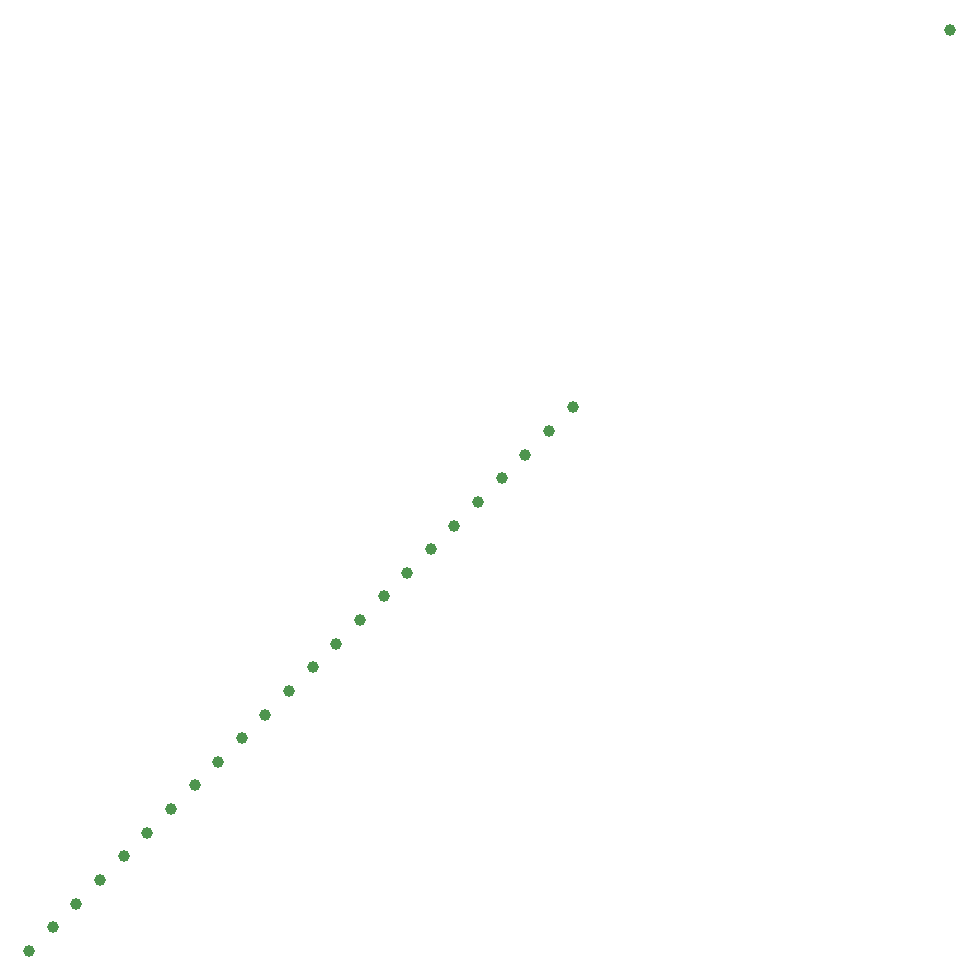
<source format=gbr>
G04 Examples for testing time performance of Gerber parsers*
%FSLAX26Y26*%
%MOMM*%
%ADD10C,1*%
%LPD*%
D10*
X0Y0D03*
X78000000Y78000000D03*
X2000000Y2000000D03*
X4000000Y4000000D03*
X6000000Y6000000D03*
X8000000Y8000000D03*
X10000000Y10000000D03*
X12000000Y12000000D03*
X14000000Y14000000D03*
X16000000Y16000000D03*
X18000000Y18000000D03*
X20000000Y20000000D03*
X22000000Y22000000D03*
X24000000Y24000000D03*
X26000000Y26000000D03*
X28000000Y28000000D03*
X30000000Y30000000D03*
X32000000Y32000000D03*
X34000000Y34000000D03*
X36000000Y36000000D03*
X38000000Y38000000D03*
X40000000Y40000000D03*
X42000000Y42000000D03*
X44000000Y44000000D03*
X46000000Y46000000D03*
M02*

</source>
